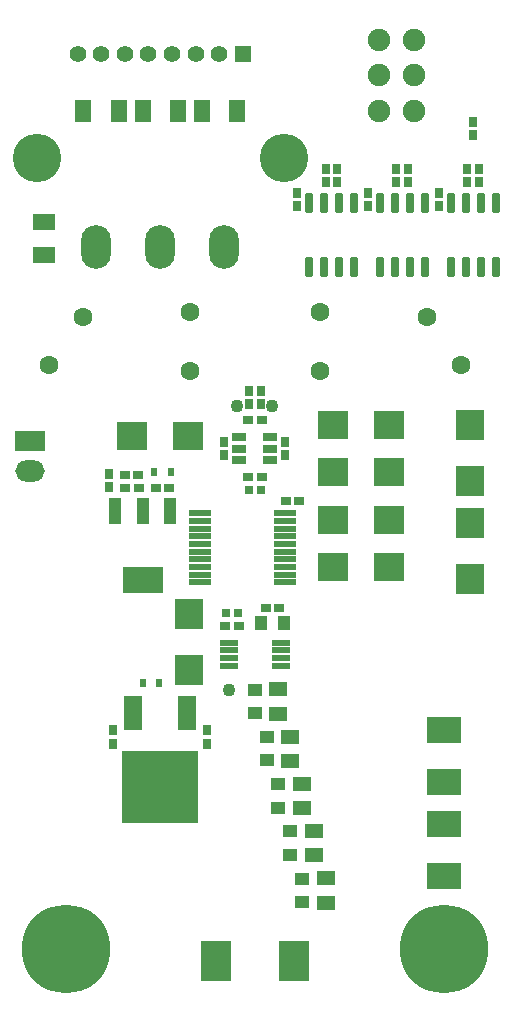
<source format=gbr>
%TF.GenerationSoftware,Altium Limited,Altium Designer,25.6.2 (33)*%
G04 Layer_Color=16711935*
%FSLAX45Y45*%
%MOMM*%
%TF.SameCoordinates,4265A882-CCA4-4A53-A555-757F884491BB*%
%TF.FilePolarity,Negative*%
%TF.FileFunction,Soldermask,Bot*%
%TF.Part,Single*%
G01*
G75*
%TA.AperFunction,SMDPad,CuDef*%
%ADD81R,0.75200X0.90200*%
%ADD84R,0.95200X0.70200*%
%ADD86R,1.90200X1.40200*%
%ADD87R,0.90200X0.75200*%
%ADD89C,1.10200*%
%TA.AperFunction,ComponentPad*%
%ADD92O,2.54200X3.70200*%
%ADD93C,1.60000*%
%ADD94C,1.90000*%
%ADD95C,4.10200*%
%ADD96C,1.41000*%
%ADD98C,0.10000*%
%ADD99R,1.41000X1.41000*%
%ADD100O,2.50000X1.80000*%
%ADD101R,2.50000X1.80000*%
%TA.AperFunction,SMDPad,CuDef*%
%ADD102R,1.85200X0.55200*%
%ADD103R,6.40200X6.20200*%
%ADD104R,1.60200X2.90200*%
%ADD105R,2.40200X2.55200*%
%ADD106R,2.84500X2.26100*%
%ADD107R,1.00200X2.20200*%
%ADD108R,0.60200X0.70200*%
%ADD109R,2.55200X2.40200*%
%ADD110R,0.70200X0.95200*%
G04:AMPARAMS|DCode=111|XSize=1.652mm|YSize=0.702mm|CornerRadius=0.101mm|HoleSize=0mm|Usage=FLASHONLY|Rotation=90.000|XOffset=0mm|YOffset=0mm|HoleType=Round|Shape=RoundedRectangle|*
%AMROUNDEDRECTD111*
21,1,1.65200,0.50000,0,0,90.0*
21,1,1.45000,0.70200,0,0,90.0*
1,1,0.20200,0.25000,0.72500*
1,1,0.20200,0.25000,-0.72500*
1,1,0.20200,-0.25000,-0.72500*
1,1,0.20200,-0.25000,0.72500*
%
%ADD111ROUNDEDRECTD111*%
%ADD112R,1.10200X1.25200*%
%ADD113R,1.20200X0.70200*%
%ADD114R,1.55000X0.55000*%
%ADD115R,2.50200X3.40200*%
%ADD116R,1.40200X1.90200*%
%ADD117R,3.40200X2.20200*%
%ADD118R,0.67200X0.74200*%
%ADD119R,1.50200X1.15200*%
%ADD120R,1.25200X1.10200*%
%TA.AperFunction,ComponentPad*%
%ADD121C,7.50200*%
D81*
X1850000Y7505000D02*
D03*
Y7395000D02*
D03*
X50000Y5225000D02*
D03*
X-260000Y4685000D02*
D03*
X-1230000Y4415000D02*
D03*
X700000Y7105000D02*
D03*
X600000D02*
D03*
X1900000D02*
D03*
X1800000D02*
D03*
X1300000D02*
D03*
X1200000D02*
D03*
X-1230000Y4525000D02*
D03*
X1900000Y6995000D02*
D03*
X1800000D02*
D03*
X1300000D02*
D03*
X1200000D02*
D03*
X700000D02*
D03*
X600000D02*
D03*
X-260000Y4795000D02*
D03*
X260000D02*
D03*
Y4685000D02*
D03*
X50000Y5115000D02*
D03*
X-50000D02*
D03*
Y5225000D02*
D03*
D84*
X-722500Y4410000D02*
D03*
X377500Y4300000D02*
D03*
X-57500Y4500000D02*
D03*
X-132500Y3240000D02*
D03*
X-1097500Y4410000D02*
D03*
X-837500D02*
D03*
X-982500D02*
D03*
X-247500Y3240000D02*
D03*
X262500Y4300000D02*
D03*
X57500Y4500000D02*
D03*
X-57500Y4980000D02*
D03*
X57500D02*
D03*
D86*
X-1780000Y6660000D02*
D03*
Y6380000D02*
D03*
D87*
X95000Y3390000D02*
D03*
X-985000Y4520000D02*
D03*
X-1095000D02*
D03*
X205000Y3390000D02*
D03*
D89*
X-220000Y2700000D02*
D03*
X-150000Y5100000D02*
D03*
X150000D02*
D03*
D92*
X-800000Y6445500D02*
D03*
X-256000D02*
D03*
X-1344000D02*
D03*
D93*
X1456606Y5854788D02*
D03*
X1743394Y5445212D02*
D03*
X550000Y5900000D02*
D03*
X-1456606Y5854788D02*
D03*
X-550000Y5900000D02*
D03*
X550000Y5400000D02*
D03*
X-550000D02*
D03*
X-1743394Y5445212D02*
D03*
D94*
X1350000Y8200000D02*
D03*
X1350000Y7900000D02*
D03*
X1350000Y7600000D02*
D03*
X1050000Y8200000D02*
D03*
Y7600000D02*
D03*
X1050000Y7900000D02*
D03*
D95*
X247000Y7200000D02*
D03*
X-1847000D02*
D03*
D96*
X-1100000Y8085000D02*
D03*
X-500000D02*
D03*
X-300000D02*
D03*
X-700000D02*
D03*
X-900000D02*
D03*
X-1300000D02*
D03*
X-1500000D02*
D03*
D98*
X952000Y8328000D02*
D03*
D99*
X-100000Y8085000D02*
D03*
D100*
X-1900000Y4548000D02*
D03*
D101*
Y4802000D02*
D03*
D102*
X-460000Y4192500D02*
D03*
Y4127500D02*
D03*
Y4062500D02*
D03*
Y3997500D02*
D03*
Y3932500D02*
D03*
Y3867500D02*
D03*
Y3802500D02*
D03*
Y3737500D02*
D03*
Y3672500D02*
D03*
Y3607500D02*
D03*
X260000D02*
D03*
Y3672500D02*
D03*
Y3737500D02*
D03*
Y3802500D02*
D03*
Y3867500D02*
D03*
Y3932500D02*
D03*
Y3997500D02*
D03*
Y4062500D02*
D03*
Y4127500D02*
D03*
Y4192500D02*
D03*
D103*
X-800000Y1875000D02*
D03*
D104*
X-571400Y2500000D02*
D03*
X-1028600D02*
D03*
D105*
X1825000Y4112500D02*
D03*
Y3637500D02*
D03*
Y4462500D02*
D03*
Y4937500D02*
D03*
X-560000Y3337500D02*
D03*
Y2862500D02*
D03*
D106*
X1600000Y2361000D02*
D03*
Y1561000D02*
D03*
Y1119000D02*
D03*
Y1919000D02*
D03*
D107*
X-720000Y4215000D02*
D03*
X-950000D02*
D03*
X-1180000D02*
D03*
D108*
X-710000Y4540000D02*
D03*
X-950000Y2760000D02*
D03*
X-850000Y4540000D02*
D03*
X-810000Y2760000D02*
D03*
D109*
X1137500Y4940000D02*
D03*
Y4540000D02*
D03*
Y4140000D02*
D03*
Y3740000D02*
D03*
X662500Y4940000D02*
D03*
Y4540000D02*
D03*
Y4140000D02*
D03*
Y3740000D02*
D03*
X-562500Y4850000D02*
D03*
X-1037500D02*
D03*
D110*
X-1200000Y2357500D02*
D03*
X1560000Y6907500D02*
D03*
X360000D02*
D03*
X960000D02*
D03*
X-400000Y2242500D02*
D03*
X-1200000D02*
D03*
X-400000Y2357500D02*
D03*
X1560000Y6792500D02*
D03*
X960000D02*
D03*
X360000D02*
D03*
D111*
X2040500Y6820000D02*
D03*
X1440500D02*
D03*
X840500D02*
D03*
X2040500Y6280000D02*
D03*
X1913500D02*
D03*
X1786500D02*
D03*
X1659500D02*
D03*
Y6820000D02*
D03*
X1786500D02*
D03*
X1913500D02*
D03*
X1440500Y6280000D02*
D03*
X1313500D02*
D03*
X1186500D02*
D03*
X1059500D02*
D03*
Y6820000D02*
D03*
X1186500D02*
D03*
X1313500D02*
D03*
X840500Y6280000D02*
D03*
X713500D02*
D03*
X586500D02*
D03*
X459500D02*
D03*
Y6820000D02*
D03*
X586500D02*
D03*
X713500D02*
D03*
D112*
X50000Y3260000D02*
D03*
X250000D02*
D03*
D113*
X-130000Y4740000D02*
D03*
Y4645000D02*
D03*
Y4835000D02*
D03*
X130000D02*
D03*
Y4740000D02*
D03*
Y4645000D02*
D03*
D114*
X220000Y2902500D02*
D03*
X-220000Y3097500D02*
D03*
X220000D02*
D03*
Y3032500D02*
D03*
Y2967500D02*
D03*
X-220000Y3032500D02*
D03*
Y2967500D02*
D03*
Y2902500D02*
D03*
D115*
X-330000Y400000D02*
D03*
X330000D02*
D03*
D116*
X-450000Y7600000D02*
D03*
X-150000D02*
D03*
X-1450000D02*
D03*
X-1150000D02*
D03*
X-950000D02*
D03*
X-650000D02*
D03*
D117*
X-950000Y3625000D02*
D03*
D118*
X-141000Y3350000D02*
D03*
X-239000D02*
D03*
X-49000Y4390000D02*
D03*
X49000D02*
D03*
D119*
X200000Y2497500D02*
D03*
Y2702500D02*
D03*
X300000Y2097500D02*
D03*
Y2302500D02*
D03*
X400000Y1697500D02*
D03*
Y1902500D02*
D03*
X500000Y1297500D02*
D03*
Y1502500D02*
D03*
X600000Y897500D02*
D03*
Y1102500D02*
D03*
D120*
X0Y2500000D02*
D03*
Y2700000D02*
D03*
X100000Y2100000D02*
D03*
Y2300000D02*
D03*
X200000Y1700000D02*
D03*
Y1900000D02*
D03*
X300000Y1300000D02*
D03*
Y1500000D02*
D03*
X400000Y900000D02*
D03*
Y1100000D02*
D03*
D121*
X-1600000Y500000D02*
D03*
X1600000D02*
D03*
%TF.MD5,77143241108d2bd3a08c71ab340cfef0*%
M02*

</source>
